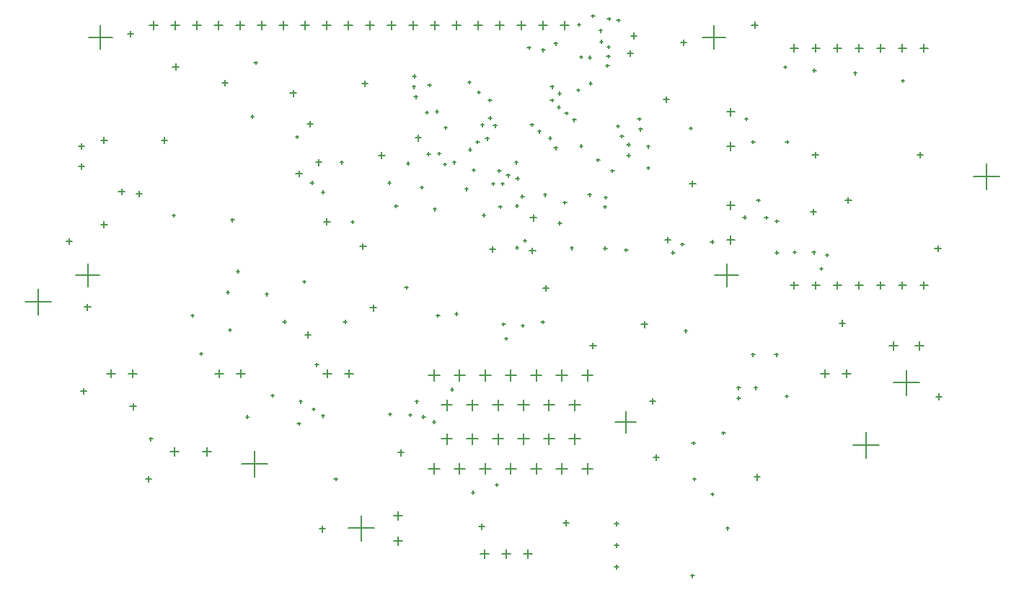
<source format=gbr>
%TF.GenerationSoftware,Altium Limited,Altium Designer,18.1.9 (240)*%
G04 Layer_Color=128*
%FSLAX26Y26*%
%MOIN*%
%TF.FileFunction,Drillmap*%
%TF.Part,Single*%
G01*
G75*
%TA.AperFunction,NonConductor*%
%ADD117C,0.005000*%
D117*
X3341929Y1650394D02*
X3381299D01*
X3361614Y1630709D02*
Y1670079D01*
X3341929Y1374803D02*
X3381299D01*
X3361614Y1355118D02*
Y1394488D01*
X3341929Y1217323D02*
X3381299D01*
X3361614Y1197638D02*
Y1237008D01*
X3341929Y1807874D02*
X3381299D01*
X3361614Y1788189D02*
Y1827559D01*
X335039Y1051968D02*
X443307D01*
X389173Y997835D02*
Y1106102D01*
X3287795Y1051968D02*
X3396063D01*
X3341929Y997835D02*
Y1106102D01*
X3228740Y2154331D02*
X3337008D01*
X3282874Y2100197D02*
Y2208465D01*
X394094Y2154331D02*
X502362D01*
X448228Y2100197D02*
Y2208465D01*
X2572638Y2209449D02*
X2612008D01*
X2592323Y2189764D02*
Y2229134D01*
X2472638Y2209449D02*
X2512008D01*
X2492323Y2189764D02*
Y2229134D01*
X2372638Y2209449D02*
X2412008D01*
X2392323Y2189764D02*
Y2229134D01*
X2272638Y2209449D02*
X2312008D01*
X2292323Y2189764D02*
Y2229134D01*
X2172638Y2209449D02*
X2212008D01*
X2192323Y2189764D02*
Y2229134D01*
X2072638Y2209449D02*
X2112008D01*
X2092323Y2189764D02*
Y2229134D01*
X1972638Y2209449D02*
X2012008D01*
X1992323Y2189764D02*
Y2229134D01*
X1872638Y2209449D02*
X1912008D01*
X1892323Y2189764D02*
Y2229134D01*
X1772638Y2209449D02*
X1812008D01*
X1792323Y2189764D02*
Y2229134D01*
X1672638Y2209449D02*
X1712008D01*
X1692323Y2189764D02*
Y2229134D01*
X1572638Y2209449D02*
X1612008D01*
X1592323Y2189764D02*
Y2229134D01*
X1472638Y2209449D02*
X1512008D01*
X1492323Y2189764D02*
Y2229134D01*
X1372638Y2209449D02*
X1412008D01*
X1392323Y2189764D02*
Y2229134D01*
X1272638Y2209449D02*
X1312008D01*
X1292323Y2189764D02*
Y2229134D01*
X1172638Y2209449D02*
X1212008D01*
X1192323Y2189764D02*
Y2229134D01*
X1072638Y2209449D02*
X1112008D01*
X1092323Y2189764D02*
Y2229134D01*
X972638Y2209449D02*
X1012008D01*
X992323Y2189764D02*
Y2229134D01*
X872638Y2209449D02*
X912008D01*
X892323Y2189764D02*
Y2229134D01*
X772638Y2209449D02*
X812008D01*
X792323Y2189764D02*
Y2229134D01*
X672638Y2209449D02*
X712008D01*
X692323Y2189764D02*
Y2229134D01*
X1964331Y156890D02*
X2015512D01*
X1989921Y131299D02*
Y182480D01*
X2082441Y156890D02*
X2133622D01*
X2108032Y131299D02*
Y182480D01*
X2200551Y156890D02*
X2251732D01*
X2226142Y131299D02*
Y182480D01*
X2318662Y156890D02*
X2369843D01*
X2344252Y131299D02*
Y182480D01*
X2436772Y156890D02*
X2487953D01*
X2462362Y131299D02*
Y182480D01*
X2554882Y156890D02*
X2606063D01*
X2580472Y131299D02*
Y182480D01*
X2672992Y156890D02*
X2724173D01*
X2698583Y131299D02*
Y182480D01*
X2023386Y294685D02*
X2074567D01*
X2048976Y269095D02*
Y320276D01*
X2141496Y294685D02*
X2192677D01*
X2167087Y269095D02*
Y320276D01*
X2259606Y294685D02*
X2310787D01*
X2285197Y269095D02*
Y320276D01*
X2377717Y294685D02*
X2428898D01*
X2403307Y269095D02*
Y320276D01*
X2495827Y294685D02*
X2547008D01*
X2521417Y269095D02*
Y320276D01*
X2613937Y294685D02*
X2665118D01*
X2639528Y269095D02*
Y320276D01*
X2023386Y452165D02*
X2074567D01*
X2048976Y426575D02*
Y477756D01*
X2141496Y452165D02*
X2192677D01*
X2167087Y426575D02*
Y477756D01*
X2259606Y452165D02*
X2310787D01*
X2285197Y426575D02*
Y477756D01*
X2377717Y452165D02*
X2428898D01*
X2403307Y426575D02*
Y477756D01*
X2495827Y452165D02*
X2547008D01*
X2521417Y426575D02*
Y477756D01*
X2613937Y452165D02*
X2665118D01*
X2639528Y426575D02*
Y477756D01*
X1964331Y589961D02*
X2015512D01*
X1989921Y564370D02*
Y615551D01*
X2082441Y589961D02*
X2133622D01*
X2108032Y564370D02*
Y615551D01*
X2200551Y589961D02*
X2251732D01*
X2226142Y564370D02*
Y615551D01*
X2318662Y589961D02*
X2369843D01*
X2344252Y564370D02*
Y615551D01*
X2436772Y589961D02*
X2487953D01*
X2462362Y564370D02*
Y615551D01*
X2554882Y589961D02*
X2606063D01*
X2580472Y564370D02*
Y615551D01*
X2672992Y589961D02*
X2724173D01*
X2698583Y564370D02*
Y615551D01*
X2826535Y373425D02*
X2924961D01*
X2875748Y324213D02*
Y422638D01*
X3776693Y597362D02*
X3815276D01*
X3795984Y578071D02*
Y616654D01*
X3876693Y597362D02*
X3915276D01*
X3895984Y578071D02*
Y616654D01*
X4483307Y1507874D02*
X4603307D01*
X4543307Y1447874D02*
Y1567874D01*
X4212205Y725197D02*
X4252362D01*
X4232283Y705118D02*
Y745275D01*
X4094095Y725197D02*
X4134252D01*
X4114173Y705118D02*
Y745275D01*
Y555118D02*
X4232283D01*
X4173228Y496063D02*
Y614173D01*
X1803543Y-177165D02*
X1843701D01*
X1823622Y-197244D02*
Y-157087D01*
X1803543Y-59055D02*
X1843701D01*
X1823622Y-79134D02*
Y-38976D01*
X1594488Y-118110D02*
X1712598D01*
X1653543Y-177165D02*
Y-59055D01*
X3636732Y1005512D02*
X3672165D01*
X3654449Y987795D02*
Y1023228D01*
X3736732Y1005512D02*
X3772165D01*
X3754449Y987795D02*
Y1023228D01*
X3836732Y1005512D02*
X3872165D01*
X3854449Y987795D02*
Y1023228D01*
X3936732Y1005512D02*
X3972165D01*
X3954449Y987795D02*
Y1023228D01*
X4036732Y1005512D02*
X4072165D01*
X4054449Y987795D02*
Y1023228D01*
X4136732Y1005512D02*
X4172165D01*
X4154449Y987795D02*
Y1023228D01*
X4236732Y1005512D02*
X4272165D01*
X4254449Y987795D02*
Y1023228D01*
X4236732Y2103937D02*
X4272165D01*
X4254449Y2086220D02*
Y2121653D01*
X4136732Y2103937D02*
X4172165D01*
X4154449Y2086220D02*
Y2121653D01*
X4036732Y2103937D02*
X4072165D01*
X4054449Y2086220D02*
Y2121653D01*
X3936732Y2103937D02*
X3972165D01*
X3954449Y2086220D02*
Y2121653D01*
X3836732Y2103937D02*
X3872165D01*
X3854449Y2086220D02*
Y2121653D01*
X3736732Y2103937D02*
X3772165D01*
X3754449Y2086220D02*
Y2121653D01*
X3636732Y2103937D02*
X3672165D01*
X3654449Y2086220D02*
Y2121653D01*
X1101614Y178150D02*
X1221614D01*
X1161614Y118150D02*
Y238150D01*
X98661Y928228D02*
X218661D01*
X158661Y868228D02*
Y988228D01*
X3927008Y266142D02*
X4047008D01*
X3987008Y206142D02*
Y326142D01*
X771457Y236220D02*
X810827D01*
X791142Y216536D02*
Y255905D01*
X921457Y236220D02*
X960827D01*
X941142Y216536D02*
Y255905D01*
X2824606Y-196850D02*
X2844685D01*
X2834646Y-206890D02*
Y-186811D01*
X2824606Y-96850D02*
X2844685D01*
X2834646Y-106890D02*
Y-86811D01*
X2824606Y-296850D02*
X2844685D01*
X2834646Y-306890D02*
Y-286811D01*
X2203150Y-236220D02*
X2242520D01*
X2222835Y-255905D02*
Y-216536D01*
X2303150Y-236220D02*
X2342520D01*
X2322835Y-255905D02*
Y-216536D01*
X2403150Y-236220D02*
X2442520D01*
X2422835Y-255905D02*
Y-216536D01*
X1576693Y597362D02*
X1615276D01*
X1595984Y578071D02*
Y616654D01*
X1476693Y597362D02*
X1515276D01*
X1495984Y578071D02*
Y616654D01*
X1076693Y597362D02*
X1115276D01*
X1095984Y578071D02*
Y616654D01*
X976693Y597362D02*
X1015276D01*
X995984Y578071D02*
Y616654D01*
X576693Y597362D02*
X615276D01*
X595984Y578071D02*
Y616654D01*
X476693Y597362D02*
X515276D01*
X495984Y578071D02*
Y616654D01*
X2145847Y1945433D02*
X2160847D01*
X2153347Y1937933D02*
Y1952933D01*
X1392653Y777402D02*
X1420653D01*
X1406653Y763402D02*
Y791402D01*
X346748Y1557126D02*
X374748D01*
X360748Y1543126D02*
Y1571126D01*
X531276Y1439961D02*
X559276D01*
X545276Y1425961D02*
Y1453961D01*
X346748Y1649094D02*
X374748D01*
X360748Y1635094D02*
Y1663094D01*
X450567Y1287520D02*
X478567D01*
X464567Y1273520D02*
Y1301520D01*
X450567Y1677402D02*
X478567D01*
X464567Y1663402D02*
Y1691402D01*
X3481121Y1398642D02*
X3496121D01*
X3488621Y1391142D02*
Y1406142D01*
X1468749Y1437008D02*
X1483749D01*
X1476249Y1429508D02*
Y1444508D01*
X1903323Y1687913D02*
X1931323D01*
X1917323Y1673913D02*
Y1701913D01*
X2362574Y1574800D02*
X2377574D01*
X2370074Y1567300D02*
Y1582300D01*
X1647417Y1187109D02*
X1675417D01*
X1661417Y1173109D02*
Y1201109D01*
X1694661Y901575D02*
X1722661D01*
X1708661Y887575D02*
Y915575D01*
X1872729Y406481D02*
X1887729D01*
X1880229Y398981D02*
Y413981D01*
X1236594Y496063D02*
X1251594D01*
X1244094Y488563D02*
Y503563D01*
X905886Y688976D02*
X920886D01*
X913386Y681476D02*
Y696476D01*
X3130295Y1195507D02*
X3145295D01*
X3137795Y1188007D02*
Y1203007D01*
X3268091Y1207399D02*
X3283091D01*
X3275591Y1199899D02*
Y1214899D01*
X2710409Y726517D02*
X2738409D01*
X2724409Y712517D02*
Y740517D01*
X2948199Y824961D02*
X2976199D01*
X2962199Y810961D02*
Y838961D01*
X2245370Y1172480D02*
X2273370D01*
X2259370Y1158480D02*
Y1186480D01*
X2493711Y992126D02*
X2521711D01*
X2507711Y978126D02*
Y1006126D01*
X2005296Y1615618D02*
X2020296D01*
X2012796Y1608118D02*
Y1623118D01*
X1807461Y1372695D02*
X1822461D01*
X1814961Y1365195D02*
Y1380195D01*
X1986019Y1358268D02*
X2001019D01*
X1993519Y1350768D02*
Y1365768D01*
X2132077Y1451526D02*
X2147077D01*
X2139577Y1444026D02*
Y1459026D01*
X1480402Y1300706D02*
X1508402D01*
X1494402Y1286706D02*
Y1314706D01*
X1734032Y1607447D02*
X1762032D01*
X1748032Y1593447D02*
Y1621447D01*
X1349572Y1692913D02*
X1364572D01*
X1357072Y1685413D02*
Y1700413D01*
X1142106Y1787402D02*
X1157106D01*
X1149606Y1779902D02*
Y1794902D01*
X1050221Y1308164D02*
X1065221D01*
X1057721Y1300664D02*
Y1315664D01*
X1655291Y1939449D02*
X1683291D01*
X1669291Y1925449D02*
Y1953449D01*
X781276Y2017409D02*
X809276D01*
X795276Y2003409D02*
Y2031409D01*
X572409Y2169291D02*
X600409D01*
X586409Y2155291D02*
Y2183291D01*
X730095Y1677165D02*
X758095D01*
X744095Y1663165D02*
Y1691165D01*
X611984Y1430276D02*
X639984D01*
X625984Y1416276D02*
Y1444276D01*
X289150Y1208661D02*
X317150D01*
X303150Y1194661D02*
Y1222661D01*
X373953Y905118D02*
X401953D01*
X387953Y891118D02*
Y919118D01*
X584425Y444882D02*
X612425D01*
X598425Y430882D02*
Y458882D01*
X356079Y515748D02*
X384079D01*
X370079Y501748D02*
Y529748D01*
X657009Y110236D02*
X685009D01*
X671009Y96236D02*
Y124236D01*
X1822510Y231449D02*
X1850510D01*
X1836510Y217449D02*
Y245449D01*
X1459267Y-122047D02*
X1487267D01*
X1473267Y-136047D02*
Y-108047D01*
X2585952Y-94266D02*
X2613952D01*
X2599952Y-108266D02*
Y-80266D01*
X2196103Y-110608D02*
X2224103D01*
X2210103Y-124608D02*
Y-96608D01*
X2986000Y468504D02*
X3014000D01*
X3000000Y454504D02*
Y482504D01*
X3001748Y208661D02*
X3029748D01*
X3015748Y194661D02*
Y222661D01*
X3469554Y118110D02*
X3497554D01*
X3483554Y104110D02*
Y132110D01*
X4308835Y491011D02*
X4336835D01*
X4322835Y477011D02*
Y505011D01*
X3862249Y830709D02*
X3890249D01*
X3876249Y816709D02*
Y844709D01*
X4304898Y1176489D02*
X4332898D01*
X4318898Y1162489D02*
Y1190489D01*
X4222221Y1610236D02*
X4250221D01*
X4236221Y1596236D02*
Y1624236D01*
X3730095Y1346529D02*
X3758095D01*
X3744095Y1332529D02*
Y1360529D01*
X3737811Y1610236D02*
X3765811D01*
X3751811Y1596236D02*
Y1624236D01*
X3170886Y1475493D02*
X3198886D01*
X3184886Y1461493D02*
Y1489493D01*
X3048992Y1866142D02*
X3076992D01*
X3062992Y1852142D02*
Y1880142D01*
X3457850Y2210669D02*
X3485850D01*
X3471850Y2196669D02*
Y2224669D01*
X3128795Y2128494D02*
X3156795D01*
X3142795Y2114494D02*
Y2142494D01*
X2898992Y2160709D02*
X2926992D01*
X2912992Y2146709D02*
Y2174709D01*
X2544390Y2124685D02*
X2559390D01*
X2551890Y2117185D02*
Y2132185D01*
X2661786Y2062988D02*
X2676786D01*
X2669286Y2055488D02*
Y2070488D01*
X2421634Y2106299D02*
X2436634D01*
X2429134Y2098799D02*
Y2113799D01*
X2563589Y1293802D02*
X2578589D01*
X2571089Y1286302D02*
Y1301302D01*
X2773652Y1177483D02*
X2788652D01*
X2781152Y1169983D02*
Y1184983D01*
X2618642Y1178010D02*
X2633642D01*
X2626142Y1170510D02*
Y1185510D01*
X3468878Y531496D02*
X3483878D01*
X3476378Y523996D02*
Y538996D01*
X3612579Y492126D02*
X3627579D01*
X3620079Y484626D02*
Y499626D01*
X3338957Y-118110D02*
X3353957D01*
X3346457Y-125610D02*
Y-110610D01*
X3320302Y322835D02*
X3335302D01*
X3327802Y315335D02*
Y330335D01*
X3181476Y275591D02*
X3196476D01*
X3188976Y268091D02*
Y283091D01*
X3185413Y110236D02*
X3200413D01*
X3192913Y102736D02*
Y117736D01*
X3268886Y39559D02*
X3283886D01*
X3276386Y32059D02*
Y47059D01*
X3177539Y-338583D02*
X3192539D01*
X3185039Y-346083D02*
Y-331083D01*
X1571240Y837142D02*
X1586240D01*
X1578740Y829642D02*
Y844642D01*
X1291713Y837142D02*
X1306713D01*
X1299213Y829642D02*
Y844642D01*
X1440728Y637795D02*
X1455728D01*
X1448228Y630295D02*
Y645295D01*
X1382264Y1023622D02*
X1397264D01*
X1389764Y1016122D02*
Y1031122D01*
X779902Y1328740D02*
X794902D01*
X787402Y1321240D02*
Y1336240D01*
X1417697Y1480315D02*
X1432697D01*
X1425197Y1472815D02*
Y1487815D01*
X1075177Y1070866D02*
X1090177D01*
X1082677Y1063366D02*
Y1078366D01*
X2066713Y524212D02*
X2081713D01*
X2074213Y516712D02*
Y531712D01*
X2086542Y874016D02*
X2101542D01*
X2094042Y866516D02*
Y881516D01*
X1779902Y409449D02*
X1794902D01*
X1787402Y401949D02*
Y416949D01*
X1606673Y1299213D02*
X1621673D01*
X1614173Y1291713D02*
Y1306713D01*
X1209035Y964567D02*
X1224035D01*
X1216535Y957067D02*
Y972067D01*
X1039744Y799213D02*
X1054744D01*
X1047244Y791713D02*
Y806713D01*
X1029902Y974409D02*
X1044902D01*
X1037402Y966909D02*
Y981909D01*
X866516Y866142D02*
X881516D01*
X874016Y858642D02*
Y873642D01*
X1118484Y397638D02*
X1133484D01*
X1125984Y390138D02*
Y405138D01*
X3390138Y484252D02*
X3405138D01*
X3397638Y476752D02*
Y491752D01*
X1527933Y110236D02*
X1542933D01*
X1535433Y102736D02*
Y117736D01*
X3390138Y531496D02*
X3405138D01*
X3397638Y523996D02*
Y538996D01*
X3564547Y685039D02*
X3579547D01*
X3572047Y677539D02*
Y692539D01*
X3457067Y685039D02*
X3472067D01*
X3464567Y677539D02*
Y692539D01*
X2000374Y866142D02*
X2015374D01*
X2007874Y858642D02*
Y873642D01*
X1901949Y468504D02*
X1916949D01*
X1909449Y461004D02*
Y476004D01*
X1358051Y365551D02*
X1373051D01*
X1365551Y358051D02*
Y373051D01*
X1425571Y433071D02*
X1440571D01*
X1433071Y425571D02*
Y440571D01*
X1468878Y401575D02*
X1483878D01*
X1476378Y394075D02*
Y409075D01*
X1366516Y468504D02*
X1381516D01*
X1374016Y461004D02*
Y476004D01*
X2315536Y759842D02*
X2330536D01*
X2323036Y752342D02*
Y767342D01*
X2303523Y826772D02*
X2318523D01*
X2311023Y819272D02*
Y834272D01*
X2272028Y82677D02*
X2287028D01*
X2279528Y75177D02*
Y90177D01*
X2163014Y47244D02*
X2178014D01*
X2170514Y39744D02*
Y54744D01*
X1854705Y996063D02*
X1869705D01*
X1862205Y988563D02*
Y1003563D01*
X1925571Y1459884D02*
X1940571D01*
X1933071Y1452384D02*
Y1467384D01*
X3648996Y1159449D02*
X3663996D01*
X3656496Y1151949D02*
Y1166949D01*
X3737579Y1158465D02*
X3752579D01*
X3745079Y1150965D02*
Y1165965D01*
X3890508Y1398642D02*
X3918508D01*
X3904508Y1384642D02*
Y1412642D01*
X3169665Y1732284D02*
X3184665D01*
X3177165Y1724784D02*
Y1739784D01*
X3614547Y1669291D02*
X3629547D01*
X3622047Y1661791D02*
Y1676791D01*
X3425571Y1775591D02*
X3440571D01*
X3433071Y1768091D02*
Y1783091D01*
X3457067Y1669291D02*
X3472067D01*
X3464567Y1661791D02*
Y1676791D01*
X3056866Y1216535D02*
X3084866D01*
X3070866Y1202535D02*
Y1230535D01*
X673602Y295276D02*
X688602D01*
X681102Y287776D02*
Y302776D01*
X1555492Y1574803D02*
X1570492D01*
X1562992Y1567303D02*
Y1582303D01*
X1949193Y1806102D02*
X1964193D01*
X1956693Y1798602D02*
Y1813602D01*
X2031866Y1566926D02*
X2046866D01*
X2039366Y1559426D02*
Y1574426D01*
X3518090Y1319354D02*
X3533090D01*
X3525590Y1311854D02*
Y1326854D01*
X3417697Y1321071D02*
X3432697D01*
X3425197Y1313571D02*
Y1328571D01*
X2392810Y818898D02*
X2407810D01*
X2400310Y811398D02*
Y826398D01*
X2484626Y836402D02*
X2499626D01*
X2492126Y828902D02*
Y843902D01*
X2807461Y1535433D02*
X2822461D01*
X2814961Y1527933D02*
Y1542933D01*
X2931150Y1775591D02*
X2946150D01*
X2938650Y1768091D02*
Y1783091D01*
X2881075Y1657480D02*
X2896075D01*
X2888575Y1649980D02*
Y1664980D01*
X2937382Y1728347D02*
X2952382D01*
X2944882Y1720847D02*
Y1735847D01*
X2972815Y1648459D02*
X2987815D01*
X2980315Y1640959D02*
Y1655959D01*
X2850138Y1696850D02*
X2865138D01*
X2857638Y1689350D02*
Y1704350D01*
X2832138Y1742126D02*
X2847138D01*
X2839638Y1734626D02*
Y1749626D01*
X2881075Y1607447D02*
X2896075D01*
X2888575Y1599947D02*
Y1614947D01*
X2972815Y1549213D02*
X2987815D01*
X2980315Y1541713D02*
Y1556713D01*
X2883638Y2078937D02*
X2911638D01*
X2897638Y2064937D02*
Y2092937D01*
X3606673Y2015748D02*
X3621673D01*
X3614173Y2008248D02*
Y2023248D01*
X3740532Y2000756D02*
X3755532D01*
X3748032Y1993256D02*
Y2008256D01*
X3929508Y1988189D02*
X3944508D01*
X3937008Y1980689D02*
Y1995689D01*
X4149980Y1952756D02*
X4164980D01*
X4157480Y1945256D02*
Y1960256D01*
X2701786Y2061063D02*
X2716786D01*
X2709286Y2053563D02*
Y2068563D01*
X2756274Y2133854D02*
X2771274D01*
X2763774Y2126354D02*
Y2141354D01*
X2752343Y2185039D02*
X2767343D01*
X2759843Y2177539D02*
Y2192539D01*
X2791523Y2240157D02*
X2806523D01*
X2799023Y2232657D02*
Y2247657D01*
X2716909Y2251968D02*
X2731909D01*
X2724409Y2244468D02*
Y2259468D01*
X2787770Y2066925D02*
X2802770D01*
X2795270Y2059425D02*
Y2074425D01*
X2788569Y2109443D02*
X2803569D01*
X2796069Y2101943D02*
Y2116943D01*
X2705098Y1940945D02*
X2720098D01*
X2712598Y1933445D02*
Y1948445D01*
X2649980Y1909449D02*
X2664980D01*
X2657480Y1901949D02*
Y1916949D01*
X2594862Y1803150D02*
X2609862D01*
X2602362Y1795650D02*
Y1810650D01*
X2783839Y2023622D02*
X2798839D01*
X2791339Y2016122D02*
Y2031122D01*
X2487307Y2094488D02*
X2502307D01*
X2494807Y2086988D02*
Y2101988D01*
X2701161Y1425197D02*
X2716161D01*
X2708661Y1417697D02*
Y1432697D01*
X2651851Y2212598D02*
X2666851D01*
X2659351Y2205098D02*
Y2220098D01*
X2544432Y1641732D02*
X2559432D01*
X2551932Y1634232D02*
Y1649232D01*
X1775965Y1480315D02*
X1790965D01*
X1783465Y1472815D02*
Y1487815D01*
X2075177Y1574803D02*
X2090177D01*
X2082677Y1567303D02*
Y1582303D01*
X1862378Y1570866D02*
X1877378D01*
X1869878Y1563366D02*
Y1578366D01*
X2035807Y1736220D02*
X2050807D01*
X2043307Y1728720D02*
Y1743720D01*
X2149980Y1633858D02*
X2164980D01*
X2157480Y1626358D02*
Y1641358D01*
X2227838Y1685039D02*
X2242838D01*
X2235338Y1677539D02*
Y1692539D01*
X2205098Y1748032D02*
X2220098D01*
X2212598Y1740532D02*
Y1755532D01*
X2183839Y1669291D02*
X2198839D01*
X2191339Y1661791D02*
Y1676791D01*
X2165728Y1539370D02*
X2180728D01*
X2173228Y1531870D02*
Y1546870D01*
X3146043Y795276D02*
X3161043D01*
X3153543Y787776D02*
Y802776D01*
X3086988Y1157480D02*
X3101988D01*
X3094488Y1149980D02*
Y1164980D01*
X2870453Y1169291D02*
X2885453D01*
X2877953Y1161791D02*
Y1176791D01*
X2772028Y1370079D02*
X2787028D01*
X2779528Y1362579D02*
Y1377579D01*
X2775965Y1413386D02*
X2790965D01*
X2783465Y1405886D02*
Y1420886D01*
X2434774Y1748936D02*
X2449774D01*
X2442274Y1741436D02*
Y1756436D01*
X2469503Y1717913D02*
X2484503D01*
X2477003Y1710413D02*
Y1725413D01*
X2520059Y1687488D02*
X2535059D01*
X2527559Y1679988D02*
Y1694988D01*
X2264437Y1744488D02*
X2279437D01*
X2271937Y1736988D02*
Y1751988D01*
X2241720Y1780716D02*
X2256720D01*
X2249220Y1773216D02*
Y1788216D01*
X3567303Y1157480D02*
X3582303D01*
X3574803Y1149980D02*
Y1164980D01*
X3567303Y1302354D02*
X3582303D01*
X3574803Y1294854D02*
Y1309854D01*
X2496432Y1425194D02*
X2511432D01*
X2503932Y1417694D02*
Y1432694D01*
X2434819Y1318280D02*
X2462819D01*
X2448819Y1304280D02*
Y1332280D01*
X2586988Y1389764D02*
X2601988D01*
X2594488Y1382264D02*
Y1397264D01*
X3799587Y1145669D02*
X3814587D01*
X3807087Y1138169D02*
Y1153169D01*
X3772028Y1082677D02*
X3787028D01*
X3779528Y1075177D02*
Y1090177D01*
X2366511Y1181107D02*
X2381511D01*
X2374011Y1173607D02*
Y1188607D01*
X2366511Y1374013D02*
X2381511D01*
X2374011Y1366513D02*
Y1381513D01*
X2390133Y1417320D02*
X2405133D01*
X2397633Y1409820D02*
Y1424820D01*
X2367899Y1500993D02*
X2382899D01*
X2375399Y1493493D02*
Y1508493D01*
X2401949Y1212598D02*
X2416949D01*
X2409449Y1205098D02*
Y1220098D01*
X2283834Y1535430D02*
X2298834D01*
X2291334Y1527930D02*
Y1542930D01*
X2299582Y1476375D02*
X2314582D01*
X2307082Y1468875D02*
Y1483875D01*
X2256280Y1476378D02*
X2271280D01*
X2263780Y1468878D02*
Y1483878D01*
X2324319Y1514640D02*
X2339319D01*
X2331819Y1507140D02*
Y1522140D01*
X1933445Y397638D02*
X1948445D01*
X1940945Y390138D02*
Y405138D01*
X2212968Y1330706D02*
X2227968D01*
X2220468Y1323206D02*
Y1338206D01*
X2287776Y1370079D02*
X2302776D01*
X2295276Y1362579D02*
Y1377579D01*
X1982421Y374016D02*
X1997421D01*
X1989921Y366516D02*
Y381516D01*
X2430882Y1165354D02*
X2458882D01*
X2444882Y1151354D02*
Y1179354D01*
X2240532Y1862205D02*
X2255532D01*
X2248032Y1854705D02*
Y1869705D01*
X2661791Y1650591D02*
X2676791D01*
X2669291Y1643091D02*
Y1658091D01*
X2630295Y1771653D02*
X2645295D01*
X2637795Y1764153D02*
Y1779153D01*
X2559429Y1830709D02*
X2574429D01*
X2566929Y1823209D02*
Y1838209D01*
X2527933Y1862205D02*
X2542933D01*
X2535433Y1854705D02*
Y1869705D01*
X2527933Y1925197D02*
X2542933D01*
X2535433Y1917697D02*
Y1932697D01*
X1957067Y1614173D02*
X1972067D01*
X1964567Y1606673D02*
Y1621673D01*
X2740532Y1586614D02*
X2755532D01*
X2748032Y1579114D02*
Y1594114D01*
X2189350Y1899606D02*
X2204350D01*
X2196850Y1892106D02*
Y1907106D01*
X1961004Y1933071D02*
X1976004D01*
X1968504Y1925571D02*
Y1940571D01*
X1891201Y1974197D02*
X1906201D01*
X1898701Y1966697D02*
Y1981697D01*
X1996437Y1811024D02*
X2011437D01*
X2003937Y1803524D02*
Y1818524D01*
X1898012Y1877953D02*
X1913012D01*
X1905512Y1870453D02*
Y1885453D01*
X1888662Y1925197D02*
X1903662D01*
X1896162Y1917697D02*
Y1932697D01*
X1403323Y1751968D02*
X1431323D01*
X1417323Y1737968D02*
Y1765968D01*
X1157854Y2035433D02*
X1172854D01*
X1165354Y2027933D02*
Y2042933D01*
X1009622Y1941929D02*
X1037622D01*
X1023622Y1927929D02*
Y1955929D01*
X2835020Y2232284D02*
X2850020D01*
X2842520Y2224784D02*
Y2239784D01*
X2561870Y1893701D02*
X2576870D01*
X2569370Y1886201D02*
Y1901201D01*
X1324583Y1894685D02*
X1352583D01*
X1338583Y1880685D02*
Y1908685D01*
X1351158Y1522638D02*
X1379158D01*
X1365158Y1508638D02*
Y1536638D01*
X1442693Y1574803D02*
X1470693D01*
X1456693Y1560803D02*
Y1588803D01*
%TF.MD5,5404ee69f60c878df46e825466a9dd3a*%
M02*

</source>
